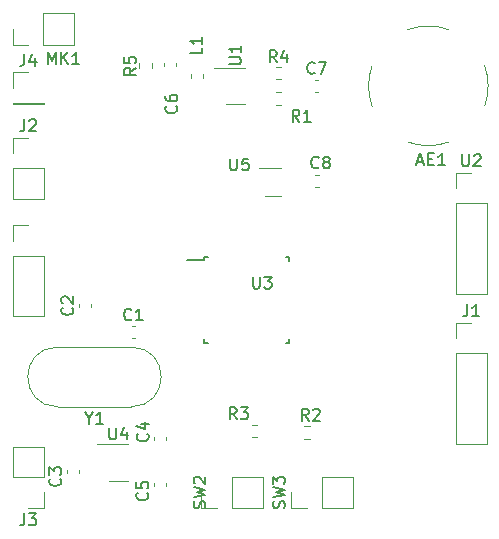
<source format=gbr>
%TF.GenerationSoftware,KiCad,Pcbnew,7.0.8-7.0.8~ubuntu22.04.1*%
%TF.CreationDate,2023-11-09T22:33:03+02:00*%
%TF.ProjectId,elepajaradio,656c6570-616a-4617-9261-64696f2e6b69,rev?*%
%TF.SameCoordinates,Original*%
%TF.FileFunction,Legend,Top*%
%TF.FilePolarity,Positive*%
%FSLAX46Y46*%
G04 Gerber Fmt 4.6, Leading zero omitted, Abs format (unit mm)*
G04 Created by KiCad (PCBNEW 7.0.8-7.0.8~ubuntu22.04.1) date 2023-11-09 22:33:03*
%MOMM*%
%LPD*%
G01*
G04 APERTURE LIST*
%ADD10C,0.150000*%
%ADD11C,0.120000*%
G04 APERTURE END LIST*
D10*
X149583333Y-86709580D02*
X149535714Y-86757200D01*
X149535714Y-86757200D02*
X149392857Y-86804819D01*
X149392857Y-86804819D02*
X149297619Y-86804819D01*
X149297619Y-86804819D02*
X149154762Y-86757200D01*
X149154762Y-86757200D02*
X149059524Y-86661961D01*
X149059524Y-86661961D02*
X149011905Y-86566723D01*
X149011905Y-86566723D02*
X148964286Y-86376247D01*
X148964286Y-86376247D02*
X148964286Y-86233390D01*
X148964286Y-86233390D02*
X149011905Y-86042914D01*
X149011905Y-86042914D02*
X149059524Y-85947676D01*
X149059524Y-85947676D02*
X149154762Y-85852438D01*
X149154762Y-85852438D02*
X149297619Y-85804819D01*
X149297619Y-85804819D02*
X149392857Y-85804819D01*
X149392857Y-85804819D02*
X149535714Y-85852438D01*
X149535714Y-85852438D02*
X149583333Y-85900057D01*
X150154762Y-86233390D02*
X150059524Y-86185771D01*
X150059524Y-86185771D02*
X150011905Y-86138152D01*
X150011905Y-86138152D02*
X149964286Y-86042914D01*
X149964286Y-86042914D02*
X149964286Y-85995295D01*
X149964286Y-85995295D02*
X150011905Y-85900057D01*
X150011905Y-85900057D02*
X150059524Y-85852438D01*
X150059524Y-85852438D02*
X150154762Y-85804819D01*
X150154762Y-85804819D02*
X150345238Y-85804819D01*
X150345238Y-85804819D02*
X150440476Y-85852438D01*
X150440476Y-85852438D02*
X150488095Y-85900057D01*
X150488095Y-85900057D02*
X150535714Y-85995295D01*
X150535714Y-85995295D02*
X150535714Y-86042914D01*
X150535714Y-86042914D02*
X150488095Y-86138152D01*
X150488095Y-86138152D02*
X150440476Y-86185771D01*
X150440476Y-86185771D02*
X150345238Y-86233390D01*
X150345238Y-86233390D02*
X150154762Y-86233390D01*
X150154762Y-86233390D02*
X150059524Y-86281009D01*
X150059524Y-86281009D02*
X150011905Y-86328628D01*
X150011905Y-86328628D02*
X149964286Y-86423866D01*
X149964286Y-86423866D02*
X149964286Y-86614342D01*
X149964286Y-86614342D02*
X150011905Y-86709580D01*
X150011905Y-86709580D02*
X150059524Y-86757200D01*
X150059524Y-86757200D02*
X150154762Y-86804819D01*
X150154762Y-86804819D02*
X150345238Y-86804819D01*
X150345238Y-86804819D02*
X150440476Y-86757200D01*
X150440476Y-86757200D02*
X150488095Y-86709580D01*
X150488095Y-86709580D02*
X150535714Y-86614342D01*
X150535714Y-86614342D02*
X150535714Y-86423866D01*
X150535714Y-86423866D02*
X150488095Y-86328628D01*
X150488095Y-86328628D02*
X150440476Y-86281009D01*
X150440476Y-86281009D02*
X150345238Y-86233390D01*
X128709580Y-98586666D02*
X128757200Y-98634285D01*
X128757200Y-98634285D02*
X128804819Y-98777142D01*
X128804819Y-98777142D02*
X128804819Y-98872380D01*
X128804819Y-98872380D02*
X128757200Y-99015237D01*
X128757200Y-99015237D02*
X128661961Y-99110475D01*
X128661961Y-99110475D02*
X128566723Y-99158094D01*
X128566723Y-99158094D02*
X128376247Y-99205713D01*
X128376247Y-99205713D02*
X128233390Y-99205713D01*
X128233390Y-99205713D02*
X128042914Y-99158094D01*
X128042914Y-99158094D02*
X127947676Y-99110475D01*
X127947676Y-99110475D02*
X127852438Y-99015237D01*
X127852438Y-99015237D02*
X127804819Y-98872380D01*
X127804819Y-98872380D02*
X127804819Y-98777142D01*
X127804819Y-98777142D02*
X127852438Y-98634285D01*
X127852438Y-98634285D02*
X127900057Y-98586666D01*
X127900057Y-98205713D02*
X127852438Y-98158094D01*
X127852438Y-98158094D02*
X127804819Y-98062856D01*
X127804819Y-98062856D02*
X127804819Y-97824761D01*
X127804819Y-97824761D02*
X127852438Y-97729523D01*
X127852438Y-97729523D02*
X127900057Y-97681904D01*
X127900057Y-97681904D02*
X127995295Y-97634285D01*
X127995295Y-97634285D02*
X128090533Y-97634285D01*
X128090533Y-97634285D02*
X128233390Y-97681904D01*
X128233390Y-97681904D02*
X128804819Y-98253332D01*
X128804819Y-98253332D02*
X128804819Y-97634285D01*
X142633333Y-108034819D02*
X142300000Y-107558628D01*
X142061905Y-108034819D02*
X142061905Y-107034819D01*
X142061905Y-107034819D02*
X142442857Y-107034819D01*
X142442857Y-107034819D02*
X142538095Y-107082438D01*
X142538095Y-107082438D02*
X142585714Y-107130057D01*
X142585714Y-107130057D02*
X142633333Y-107225295D01*
X142633333Y-107225295D02*
X142633333Y-107368152D01*
X142633333Y-107368152D02*
X142585714Y-107463390D01*
X142585714Y-107463390D02*
X142538095Y-107511009D01*
X142538095Y-107511009D02*
X142442857Y-107558628D01*
X142442857Y-107558628D02*
X142061905Y-107558628D01*
X142966667Y-107034819D02*
X143585714Y-107034819D01*
X143585714Y-107034819D02*
X143252381Y-107415771D01*
X143252381Y-107415771D02*
X143395238Y-107415771D01*
X143395238Y-107415771D02*
X143490476Y-107463390D01*
X143490476Y-107463390D02*
X143538095Y-107511009D01*
X143538095Y-107511009D02*
X143585714Y-107606247D01*
X143585714Y-107606247D02*
X143585714Y-107844342D01*
X143585714Y-107844342D02*
X143538095Y-107939580D01*
X143538095Y-107939580D02*
X143490476Y-107987200D01*
X143490476Y-107987200D02*
X143395238Y-108034819D01*
X143395238Y-108034819D02*
X143109524Y-108034819D01*
X143109524Y-108034819D02*
X143014286Y-107987200D01*
X143014286Y-107987200D02*
X142966667Y-107939580D01*
X157953333Y-86229104D02*
X158429523Y-86229104D01*
X157858095Y-86514819D02*
X158191428Y-85514819D01*
X158191428Y-85514819D02*
X158524761Y-86514819D01*
X158858095Y-85991009D02*
X159191428Y-85991009D01*
X159334285Y-86514819D02*
X158858095Y-86514819D01*
X158858095Y-86514819D02*
X158858095Y-85514819D01*
X158858095Y-85514819D02*
X159334285Y-85514819D01*
X160286666Y-86514819D02*
X159715238Y-86514819D01*
X160000952Y-86514819D02*
X160000952Y-85514819D01*
X160000952Y-85514819D02*
X159905714Y-85657676D01*
X159905714Y-85657676D02*
X159810476Y-85752914D01*
X159810476Y-85752914D02*
X159715238Y-85800533D01*
X134102150Y-78284796D02*
X133625959Y-78618129D01*
X134102150Y-78856224D02*
X133102150Y-78856224D01*
X133102150Y-78856224D02*
X133102150Y-78475272D01*
X133102150Y-78475272D02*
X133149769Y-78380034D01*
X133149769Y-78380034D02*
X133197388Y-78332415D01*
X133197388Y-78332415D02*
X133292626Y-78284796D01*
X133292626Y-78284796D02*
X133435483Y-78284796D01*
X133435483Y-78284796D02*
X133530721Y-78332415D01*
X133530721Y-78332415D02*
X133578340Y-78380034D01*
X133578340Y-78380034D02*
X133625959Y-78475272D01*
X133625959Y-78475272D02*
X133625959Y-78856224D01*
X133102150Y-77380034D02*
X133102150Y-77856224D01*
X133102150Y-77856224D02*
X133578340Y-77903843D01*
X133578340Y-77903843D02*
X133530721Y-77856224D01*
X133530721Y-77856224D02*
X133483102Y-77760986D01*
X133483102Y-77760986D02*
X133483102Y-77522891D01*
X133483102Y-77522891D02*
X133530721Y-77427653D01*
X133530721Y-77427653D02*
X133578340Y-77380034D01*
X133578340Y-77380034D02*
X133673578Y-77332415D01*
X133673578Y-77332415D02*
X133911673Y-77332415D01*
X133911673Y-77332415D02*
X134006911Y-77380034D01*
X134006911Y-77380034D02*
X134054531Y-77427653D01*
X134054531Y-77427653D02*
X134102150Y-77522891D01*
X134102150Y-77522891D02*
X134102150Y-77760986D01*
X134102150Y-77760986D02*
X134054531Y-77856224D01*
X134054531Y-77856224D02*
X134006911Y-77903843D01*
X135059580Y-114266666D02*
X135107200Y-114314285D01*
X135107200Y-114314285D02*
X135154819Y-114457142D01*
X135154819Y-114457142D02*
X135154819Y-114552380D01*
X135154819Y-114552380D02*
X135107200Y-114695237D01*
X135107200Y-114695237D02*
X135011961Y-114790475D01*
X135011961Y-114790475D02*
X134916723Y-114838094D01*
X134916723Y-114838094D02*
X134726247Y-114885713D01*
X134726247Y-114885713D02*
X134583390Y-114885713D01*
X134583390Y-114885713D02*
X134392914Y-114838094D01*
X134392914Y-114838094D02*
X134297676Y-114790475D01*
X134297676Y-114790475D02*
X134202438Y-114695237D01*
X134202438Y-114695237D02*
X134154819Y-114552380D01*
X134154819Y-114552380D02*
X134154819Y-114457142D01*
X134154819Y-114457142D02*
X134202438Y-114314285D01*
X134202438Y-114314285D02*
X134250057Y-114266666D01*
X134154819Y-113361904D02*
X134154819Y-113838094D01*
X134154819Y-113838094D02*
X134631009Y-113885713D01*
X134631009Y-113885713D02*
X134583390Y-113838094D01*
X134583390Y-113838094D02*
X134535771Y-113742856D01*
X134535771Y-113742856D02*
X134535771Y-113504761D01*
X134535771Y-113504761D02*
X134583390Y-113409523D01*
X134583390Y-113409523D02*
X134631009Y-113361904D01*
X134631009Y-113361904D02*
X134726247Y-113314285D01*
X134726247Y-113314285D02*
X134964342Y-113314285D01*
X134964342Y-113314285D02*
X135059580Y-113361904D01*
X135059580Y-113361904D02*
X135107200Y-113409523D01*
X135107200Y-113409523D02*
X135154819Y-113504761D01*
X135154819Y-113504761D02*
X135154819Y-113742856D01*
X135154819Y-113742856D02*
X135107200Y-113838094D01*
X135107200Y-113838094D02*
X135059580Y-113885713D01*
X139939319Y-115563332D02*
X139986938Y-115420475D01*
X139986938Y-115420475D02*
X139986938Y-115182380D01*
X139986938Y-115182380D02*
X139939319Y-115087142D01*
X139939319Y-115087142D02*
X139891699Y-115039523D01*
X139891699Y-115039523D02*
X139796461Y-114991904D01*
X139796461Y-114991904D02*
X139701223Y-114991904D01*
X139701223Y-114991904D02*
X139605985Y-115039523D01*
X139605985Y-115039523D02*
X139558366Y-115087142D01*
X139558366Y-115087142D02*
X139510747Y-115182380D01*
X139510747Y-115182380D02*
X139463128Y-115372856D01*
X139463128Y-115372856D02*
X139415509Y-115468094D01*
X139415509Y-115468094D02*
X139367890Y-115515713D01*
X139367890Y-115515713D02*
X139272652Y-115563332D01*
X139272652Y-115563332D02*
X139177414Y-115563332D01*
X139177414Y-115563332D02*
X139082176Y-115515713D01*
X139082176Y-115515713D02*
X139034557Y-115468094D01*
X139034557Y-115468094D02*
X138986938Y-115372856D01*
X138986938Y-115372856D02*
X138986938Y-115134761D01*
X138986938Y-115134761D02*
X139034557Y-114991904D01*
X138986938Y-114658570D02*
X139986938Y-114420475D01*
X139986938Y-114420475D02*
X139272652Y-114229999D01*
X139272652Y-114229999D02*
X139986938Y-114039523D01*
X139986938Y-114039523D02*
X138986938Y-113801428D01*
X139082176Y-113468094D02*
X139034557Y-113420475D01*
X139034557Y-113420475D02*
X138986938Y-113325237D01*
X138986938Y-113325237D02*
X138986938Y-113087142D01*
X138986938Y-113087142D02*
X139034557Y-112991904D01*
X139034557Y-112991904D02*
X139082176Y-112944285D01*
X139082176Y-112944285D02*
X139177414Y-112896666D01*
X139177414Y-112896666D02*
X139272652Y-112896666D01*
X139272652Y-112896666D02*
X139415509Y-112944285D01*
X139415509Y-112944285D02*
X139986938Y-113515713D01*
X139986938Y-113515713D02*
X139986938Y-112896666D01*
X124666666Y-77124819D02*
X124666666Y-77839104D01*
X124666666Y-77839104D02*
X124619047Y-77981961D01*
X124619047Y-77981961D02*
X124523809Y-78077200D01*
X124523809Y-78077200D02*
X124380952Y-78124819D01*
X124380952Y-78124819D02*
X124285714Y-78124819D01*
X125571428Y-77458152D02*
X125571428Y-78124819D01*
X125333333Y-77077200D02*
X125095238Y-77791485D01*
X125095238Y-77791485D02*
X125714285Y-77791485D01*
X146667200Y-115563332D02*
X146714819Y-115420475D01*
X146714819Y-115420475D02*
X146714819Y-115182380D01*
X146714819Y-115182380D02*
X146667200Y-115087142D01*
X146667200Y-115087142D02*
X146619580Y-115039523D01*
X146619580Y-115039523D02*
X146524342Y-114991904D01*
X146524342Y-114991904D02*
X146429104Y-114991904D01*
X146429104Y-114991904D02*
X146333866Y-115039523D01*
X146333866Y-115039523D02*
X146286247Y-115087142D01*
X146286247Y-115087142D02*
X146238628Y-115182380D01*
X146238628Y-115182380D02*
X146191009Y-115372856D01*
X146191009Y-115372856D02*
X146143390Y-115468094D01*
X146143390Y-115468094D02*
X146095771Y-115515713D01*
X146095771Y-115515713D02*
X146000533Y-115563332D01*
X146000533Y-115563332D02*
X145905295Y-115563332D01*
X145905295Y-115563332D02*
X145810057Y-115515713D01*
X145810057Y-115515713D02*
X145762438Y-115468094D01*
X145762438Y-115468094D02*
X145714819Y-115372856D01*
X145714819Y-115372856D02*
X145714819Y-115134761D01*
X145714819Y-115134761D02*
X145762438Y-114991904D01*
X145714819Y-114658570D02*
X146714819Y-114420475D01*
X146714819Y-114420475D02*
X146000533Y-114229999D01*
X146000533Y-114229999D02*
X146714819Y-114039523D01*
X146714819Y-114039523D02*
X145714819Y-113801428D01*
X145714819Y-113515713D02*
X145714819Y-112896666D01*
X145714819Y-112896666D02*
X146095771Y-113229999D01*
X146095771Y-113229999D02*
X146095771Y-113087142D01*
X146095771Y-113087142D02*
X146143390Y-112991904D01*
X146143390Y-112991904D02*
X146191009Y-112944285D01*
X146191009Y-112944285D02*
X146286247Y-112896666D01*
X146286247Y-112896666D02*
X146524342Y-112896666D01*
X146524342Y-112896666D02*
X146619580Y-112944285D01*
X146619580Y-112944285D02*
X146667200Y-112991904D01*
X146667200Y-112991904D02*
X146714819Y-113087142D01*
X146714819Y-113087142D02*
X146714819Y-113372856D01*
X146714819Y-113372856D02*
X146667200Y-113468094D01*
X146667200Y-113468094D02*
X146619580Y-113515713D01*
X127680498Y-113066666D02*
X127728118Y-113114285D01*
X127728118Y-113114285D02*
X127775737Y-113257142D01*
X127775737Y-113257142D02*
X127775737Y-113352380D01*
X127775737Y-113352380D02*
X127728118Y-113495237D01*
X127728118Y-113495237D02*
X127632879Y-113590475D01*
X127632879Y-113590475D02*
X127537641Y-113638094D01*
X127537641Y-113638094D02*
X127347165Y-113685713D01*
X127347165Y-113685713D02*
X127204308Y-113685713D01*
X127204308Y-113685713D02*
X127013832Y-113638094D01*
X127013832Y-113638094D02*
X126918594Y-113590475D01*
X126918594Y-113590475D02*
X126823356Y-113495237D01*
X126823356Y-113495237D02*
X126775737Y-113352380D01*
X126775737Y-113352380D02*
X126775737Y-113257142D01*
X126775737Y-113257142D02*
X126823356Y-113114285D01*
X126823356Y-113114285D02*
X126870975Y-113066666D01*
X126775737Y-112733332D02*
X126775737Y-112114285D01*
X126775737Y-112114285D02*
X127156689Y-112447618D01*
X127156689Y-112447618D02*
X127156689Y-112304761D01*
X127156689Y-112304761D02*
X127204308Y-112209523D01*
X127204308Y-112209523D02*
X127251927Y-112161904D01*
X127251927Y-112161904D02*
X127347165Y-112114285D01*
X127347165Y-112114285D02*
X127585260Y-112114285D01*
X127585260Y-112114285D02*
X127680498Y-112161904D01*
X127680498Y-112161904D02*
X127728118Y-112209523D01*
X127728118Y-112209523D02*
X127775737Y-112304761D01*
X127775737Y-112304761D02*
X127775737Y-112590475D01*
X127775737Y-112590475D02*
X127728118Y-112685713D01*
X127728118Y-112685713D02*
X127680498Y-112733332D01*
X130123809Y-107953628D02*
X130123809Y-108429819D01*
X129790476Y-107429819D02*
X130123809Y-107953628D01*
X130123809Y-107953628D02*
X130457142Y-107429819D01*
X131314285Y-108429819D02*
X130742857Y-108429819D01*
X131028571Y-108429819D02*
X131028571Y-107429819D01*
X131028571Y-107429819D02*
X130933333Y-107572676D01*
X130933333Y-107572676D02*
X130838095Y-107667914D01*
X130838095Y-107667914D02*
X130742857Y-107715533D01*
X162166666Y-98314819D02*
X162166666Y-99029104D01*
X162166666Y-99029104D02*
X162119047Y-99171961D01*
X162119047Y-99171961D02*
X162023809Y-99267200D01*
X162023809Y-99267200D02*
X161880952Y-99314819D01*
X161880952Y-99314819D02*
X161785714Y-99314819D01*
X163166666Y-99314819D02*
X162595238Y-99314819D01*
X162880952Y-99314819D02*
X162880952Y-98314819D01*
X162880952Y-98314819D02*
X162785714Y-98457676D01*
X162785714Y-98457676D02*
X162690476Y-98552914D01*
X162690476Y-98552914D02*
X162595238Y-98600533D01*
X131858095Y-108744819D02*
X131858095Y-109554342D01*
X131858095Y-109554342D02*
X131905714Y-109649580D01*
X131905714Y-109649580D02*
X131953333Y-109697200D01*
X131953333Y-109697200D02*
X132048571Y-109744819D01*
X132048571Y-109744819D02*
X132239047Y-109744819D01*
X132239047Y-109744819D02*
X132334285Y-109697200D01*
X132334285Y-109697200D02*
X132381904Y-109649580D01*
X132381904Y-109649580D02*
X132429523Y-109554342D01*
X132429523Y-109554342D02*
X132429523Y-108744819D01*
X133334285Y-109078152D02*
X133334285Y-109744819D01*
X133096190Y-108697200D02*
X132858095Y-109411485D01*
X132858095Y-109411485D02*
X133477142Y-109411485D01*
X135087587Y-109266666D02*
X135135207Y-109314285D01*
X135135207Y-109314285D02*
X135182826Y-109457142D01*
X135182826Y-109457142D02*
X135182826Y-109552380D01*
X135182826Y-109552380D02*
X135135207Y-109695237D01*
X135135207Y-109695237D02*
X135039968Y-109790475D01*
X135039968Y-109790475D02*
X134944730Y-109838094D01*
X134944730Y-109838094D02*
X134754254Y-109885713D01*
X134754254Y-109885713D02*
X134611397Y-109885713D01*
X134611397Y-109885713D02*
X134420921Y-109838094D01*
X134420921Y-109838094D02*
X134325683Y-109790475D01*
X134325683Y-109790475D02*
X134230445Y-109695237D01*
X134230445Y-109695237D02*
X134182826Y-109552380D01*
X134182826Y-109552380D02*
X134182826Y-109457142D01*
X134182826Y-109457142D02*
X134230445Y-109314285D01*
X134230445Y-109314285D02*
X134278064Y-109266666D01*
X134516159Y-108409523D02*
X135182826Y-108409523D01*
X134135207Y-108647618D02*
X134849492Y-108885713D01*
X134849492Y-108885713D02*
X134849492Y-108266666D01*
X142098095Y-85964819D02*
X142098095Y-86774342D01*
X142098095Y-86774342D02*
X142145714Y-86869580D01*
X142145714Y-86869580D02*
X142193333Y-86917200D01*
X142193333Y-86917200D02*
X142288571Y-86964819D01*
X142288571Y-86964819D02*
X142479047Y-86964819D01*
X142479047Y-86964819D02*
X142574285Y-86917200D01*
X142574285Y-86917200D02*
X142621904Y-86869580D01*
X142621904Y-86869580D02*
X142669523Y-86774342D01*
X142669523Y-86774342D02*
X142669523Y-85964819D01*
X143621904Y-85964819D02*
X143145714Y-85964819D01*
X143145714Y-85964819D02*
X143098095Y-86441009D01*
X143098095Y-86441009D02*
X143145714Y-86393390D01*
X143145714Y-86393390D02*
X143240952Y-86345771D01*
X143240952Y-86345771D02*
X143479047Y-86345771D01*
X143479047Y-86345771D02*
X143574285Y-86393390D01*
X143574285Y-86393390D02*
X143621904Y-86441009D01*
X143621904Y-86441009D02*
X143669523Y-86536247D01*
X143669523Y-86536247D02*
X143669523Y-86774342D01*
X143669523Y-86774342D02*
X143621904Y-86869580D01*
X143621904Y-86869580D02*
X143574285Y-86917200D01*
X143574285Y-86917200D02*
X143479047Y-86964819D01*
X143479047Y-86964819D02*
X143240952Y-86964819D01*
X143240952Y-86964819D02*
X143145714Y-86917200D01*
X143145714Y-86917200D02*
X143098095Y-86869580D01*
X126640476Y-77964819D02*
X126640476Y-76964819D01*
X126640476Y-76964819D02*
X126973809Y-77679104D01*
X126973809Y-77679104D02*
X127307142Y-76964819D01*
X127307142Y-76964819D02*
X127307142Y-77964819D01*
X127783333Y-77964819D02*
X127783333Y-76964819D01*
X128354761Y-77964819D02*
X127926190Y-77393390D01*
X128354761Y-76964819D02*
X127783333Y-77536247D01*
X129307142Y-77964819D02*
X128735714Y-77964819D01*
X129021428Y-77964819D02*
X129021428Y-76964819D01*
X129021428Y-76964819D02*
X128926190Y-77107676D01*
X128926190Y-77107676D02*
X128830952Y-77202914D01*
X128830952Y-77202914D02*
X128735714Y-77250533D01*
X146023333Y-77809215D02*
X145690000Y-77333024D01*
X145451905Y-77809215D02*
X145451905Y-76809215D01*
X145451905Y-76809215D02*
X145832857Y-76809215D01*
X145832857Y-76809215D02*
X145928095Y-76856834D01*
X145928095Y-76856834D02*
X145975714Y-76904453D01*
X145975714Y-76904453D02*
X146023333Y-76999691D01*
X146023333Y-76999691D02*
X146023333Y-77142548D01*
X146023333Y-77142548D02*
X145975714Y-77237786D01*
X145975714Y-77237786D02*
X145928095Y-77285405D01*
X145928095Y-77285405D02*
X145832857Y-77333024D01*
X145832857Y-77333024D02*
X145451905Y-77333024D01*
X146880476Y-77142548D02*
X146880476Y-77809215D01*
X146642381Y-76761596D02*
X146404286Y-77475881D01*
X146404286Y-77475881D02*
X147023333Y-77475881D01*
X124666666Y-116014819D02*
X124666666Y-116729104D01*
X124666666Y-116729104D02*
X124619047Y-116871961D01*
X124619047Y-116871961D02*
X124523809Y-116967200D01*
X124523809Y-116967200D02*
X124380952Y-117014819D01*
X124380952Y-117014819D02*
X124285714Y-117014819D01*
X125047619Y-116014819D02*
X125666666Y-116014819D01*
X125666666Y-116014819D02*
X125333333Y-116395771D01*
X125333333Y-116395771D02*
X125476190Y-116395771D01*
X125476190Y-116395771D02*
X125571428Y-116443390D01*
X125571428Y-116443390D02*
X125619047Y-116491009D01*
X125619047Y-116491009D02*
X125666666Y-116586247D01*
X125666666Y-116586247D02*
X125666666Y-116824342D01*
X125666666Y-116824342D02*
X125619047Y-116919580D01*
X125619047Y-116919580D02*
X125571428Y-116967200D01*
X125571428Y-116967200D02*
X125476190Y-117014819D01*
X125476190Y-117014819D02*
X125190476Y-117014819D01*
X125190476Y-117014819D02*
X125095238Y-116967200D01*
X125095238Y-116967200D02*
X125047619Y-116919580D01*
X141994819Y-77971904D02*
X142804342Y-77971904D01*
X142804342Y-77971904D02*
X142899580Y-77924285D01*
X142899580Y-77924285D02*
X142947200Y-77876666D01*
X142947200Y-77876666D02*
X142994819Y-77781428D01*
X142994819Y-77781428D02*
X142994819Y-77590952D01*
X142994819Y-77590952D02*
X142947200Y-77495714D01*
X142947200Y-77495714D02*
X142899580Y-77448095D01*
X142899580Y-77448095D02*
X142804342Y-77400476D01*
X142804342Y-77400476D02*
X141994819Y-77400476D01*
X142994819Y-76400476D02*
X142994819Y-76971904D01*
X142994819Y-76686190D02*
X141994819Y-76686190D01*
X141994819Y-76686190D02*
X142137676Y-76781428D01*
X142137676Y-76781428D02*
X142232914Y-76876666D01*
X142232914Y-76876666D02*
X142280533Y-76971904D01*
X147943333Y-82834819D02*
X147610000Y-82358628D01*
X147371905Y-82834819D02*
X147371905Y-81834819D01*
X147371905Y-81834819D02*
X147752857Y-81834819D01*
X147752857Y-81834819D02*
X147848095Y-81882438D01*
X147848095Y-81882438D02*
X147895714Y-81930057D01*
X147895714Y-81930057D02*
X147943333Y-82025295D01*
X147943333Y-82025295D02*
X147943333Y-82168152D01*
X147943333Y-82168152D02*
X147895714Y-82263390D01*
X147895714Y-82263390D02*
X147848095Y-82311009D01*
X147848095Y-82311009D02*
X147752857Y-82358628D01*
X147752857Y-82358628D02*
X147371905Y-82358628D01*
X148895714Y-82834819D02*
X148324286Y-82834819D01*
X148610000Y-82834819D02*
X148610000Y-81834819D01*
X148610000Y-81834819D02*
X148514762Y-81977676D01*
X148514762Y-81977676D02*
X148419524Y-82072914D01*
X148419524Y-82072914D02*
X148324286Y-82120533D01*
X124666666Y-82649819D02*
X124666666Y-83364104D01*
X124666666Y-83364104D02*
X124619047Y-83506961D01*
X124619047Y-83506961D02*
X124523809Y-83602200D01*
X124523809Y-83602200D02*
X124380952Y-83649819D01*
X124380952Y-83649819D02*
X124285714Y-83649819D01*
X125095238Y-82745057D02*
X125142857Y-82697438D01*
X125142857Y-82697438D02*
X125238095Y-82649819D01*
X125238095Y-82649819D02*
X125476190Y-82649819D01*
X125476190Y-82649819D02*
X125571428Y-82697438D01*
X125571428Y-82697438D02*
X125619047Y-82745057D01*
X125619047Y-82745057D02*
X125666666Y-82840295D01*
X125666666Y-82840295D02*
X125666666Y-82935533D01*
X125666666Y-82935533D02*
X125619047Y-83078390D01*
X125619047Y-83078390D02*
X125047619Y-83649819D01*
X125047619Y-83649819D02*
X125666666Y-83649819D01*
X133733333Y-99579580D02*
X133685714Y-99627200D01*
X133685714Y-99627200D02*
X133542857Y-99674819D01*
X133542857Y-99674819D02*
X133447619Y-99674819D01*
X133447619Y-99674819D02*
X133304762Y-99627200D01*
X133304762Y-99627200D02*
X133209524Y-99531961D01*
X133209524Y-99531961D02*
X133161905Y-99436723D01*
X133161905Y-99436723D02*
X133114286Y-99246247D01*
X133114286Y-99246247D02*
X133114286Y-99103390D01*
X133114286Y-99103390D02*
X133161905Y-98912914D01*
X133161905Y-98912914D02*
X133209524Y-98817676D01*
X133209524Y-98817676D02*
X133304762Y-98722438D01*
X133304762Y-98722438D02*
X133447619Y-98674819D01*
X133447619Y-98674819D02*
X133542857Y-98674819D01*
X133542857Y-98674819D02*
X133685714Y-98722438D01*
X133685714Y-98722438D02*
X133733333Y-98770057D01*
X134685714Y-99674819D02*
X134114286Y-99674819D01*
X134400000Y-99674819D02*
X134400000Y-98674819D01*
X134400000Y-98674819D02*
X134304762Y-98817676D01*
X134304762Y-98817676D02*
X134209524Y-98912914D01*
X134209524Y-98912914D02*
X134114286Y-98960533D01*
X161738095Y-85614819D02*
X161738095Y-86424342D01*
X161738095Y-86424342D02*
X161785714Y-86519580D01*
X161785714Y-86519580D02*
X161833333Y-86567200D01*
X161833333Y-86567200D02*
X161928571Y-86614819D01*
X161928571Y-86614819D02*
X162119047Y-86614819D01*
X162119047Y-86614819D02*
X162214285Y-86567200D01*
X162214285Y-86567200D02*
X162261904Y-86519580D01*
X162261904Y-86519580D02*
X162309523Y-86424342D01*
X162309523Y-86424342D02*
X162309523Y-85614819D01*
X162738095Y-85710057D02*
X162785714Y-85662438D01*
X162785714Y-85662438D02*
X162880952Y-85614819D01*
X162880952Y-85614819D02*
X163119047Y-85614819D01*
X163119047Y-85614819D02*
X163214285Y-85662438D01*
X163214285Y-85662438D02*
X163261904Y-85710057D01*
X163261904Y-85710057D02*
X163309523Y-85805295D01*
X163309523Y-85805295D02*
X163309523Y-85900533D01*
X163309523Y-85900533D02*
X163261904Y-86043390D01*
X163261904Y-86043390D02*
X162690476Y-86614819D01*
X162690476Y-86614819D02*
X163309523Y-86614819D01*
X149243333Y-78709580D02*
X149195714Y-78757200D01*
X149195714Y-78757200D02*
X149052857Y-78804819D01*
X149052857Y-78804819D02*
X148957619Y-78804819D01*
X148957619Y-78804819D02*
X148814762Y-78757200D01*
X148814762Y-78757200D02*
X148719524Y-78661961D01*
X148719524Y-78661961D02*
X148671905Y-78566723D01*
X148671905Y-78566723D02*
X148624286Y-78376247D01*
X148624286Y-78376247D02*
X148624286Y-78233390D01*
X148624286Y-78233390D02*
X148671905Y-78042914D01*
X148671905Y-78042914D02*
X148719524Y-77947676D01*
X148719524Y-77947676D02*
X148814762Y-77852438D01*
X148814762Y-77852438D02*
X148957619Y-77804819D01*
X148957619Y-77804819D02*
X149052857Y-77804819D01*
X149052857Y-77804819D02*
X149195714Y-77852438D01*
X149195714Y-77852438D02*
X149243333Y-77900057D01*
X149576667Y-77804819D02*
X150243333Y-77804819D01*
X150243333Y-77804819D02*
X149814762Y-78804819D01*
X144018095Y-95974819D02*
X144018095Y-96784342D01*
X144018095Y-96784342D02*
X144065714Y-96879580D01*
X144065714Y-96879580D02*
X144113333Y-96927200D01*
X144113333Y-96927200D02*
X144208571Y-96974819D01*
X144208571Y-96974819D02*
X144399047Y-96974819D01*
X144399047Y-96974819D02*
X144494285Y-96927200D01*
X144494285Y-96927200D02*
X144541904Y-96879580D01*
X144541904Y-96879580D02*
X144589523Y-96784342D01*
X144589523Y-96784342D02*
X144589523Y-95974819D01*
X144970476Y-95974819D02*
X145589523Y-95974819D01*
X145589523Y-95974819D02*
X145256190Y-96355771D01*
X145256190Y-96355771D02*
X145399047Y-96355771D01*
X145399047Y-96355771D02*
X145494285Y-96403390D01*
X145494285Y-96403390D02*
X145541904Y-96451009D01*
X145541904Y-96451009D02*
X145589523Y-96546247D01*
X145589523Y-96546247D02*
X145589523Y-96784342D01*
X145589523Y-96784342D02*
X145541904Y-96879580D01*
X145541904Y-96879580D02*
X145494285Y-96927200D01*
X145494285Y-96927200D02*
X145399047Y-96974819D01*
X145399047Y-96974819D02*
X145113333Y-96974819D01*
X145113333Y-96974819D02*
X145018095Y-96927200D01*
X145018095Y-96927200D02*
X144970476Y-96879580D01*
X137499580Y-81516666D02*
X137547200Y-81564285D01*
X137547200Y-81564285D02*
X137594819Y-81707142D01*
X137594819Y-81707142D02*
X137594819Y-81802380D01*
X137594819Y-81802380D02*
X137547200Y-81945237D01*
X137547200Y-81945237D02*
X137451961Y-82040475D01*
X137451961Y-82040475D02*
X137356723Y-82088094D01*
X137356723Y-82088094D02*
X137166247Y-82135713D01*
X137166247Y-82135713D02*
X137023390Y-82135713D01*
X137023390Y-82135713D02*
X136832914Y-82088094D01*
X136832914Y-82088094D02*
X136737676Y-82040475D01*
X136737676Y-82040475D02*
X136642438Y-81945237D01*
X136642438Y-81945237D02*
X136594819Y-81802380D01*
X136594819Y-81802380D02*
X136594819Y-81707142D01*
X136594819Y-81707142D02*
X136642438Y-81564285D01*
X136642438Y-81564285D02*
X136690057Y-81516666D01*
X136594819Y-80659523D02*
X136594819Y-80849999D01*
X136594819Y-80849999D02*
X136642438Y-80945237D01*
X136642438Y-80945237D02*
X136690057Y-80992856D01*
X136690057Y-80992856D02*
X136832914Y-81088094D01*
X136832914Y-81088094D02*
X137023390Y-81135713D01*
X137023390Y-81135713D02*
X137404342Y-81135713D01*
X137404342Y-81135713D02*
X137499580Y-81088094D01*
X137499580Y-81088094D02*
X137547200Y-81040475D01*
X137547200Y-81040475D02*
X137594819Y-80945237D01*
X137594819Y-80945237D02*
X137594819Y-80754761D01*
X137594819Y-80754761D02*
X137547200Y-80659523D01*
X137547200Y-80659523D02*
X137499580Y-80611904D01*
X137499580Y-80611904D02*
X137404342Y-80564285D01*
X137404342Y-80564285D02*
X137166247Y-80564285D01*
X137166247Y-80564285D02*
X137071009Y-80611904D01*
X137071009Y-80611904D02*
X137023390Y-80659523D01*
X137023390Y-80659523D02*
X136975771Y-80754761D01*
X136975771Y-80754761D02*
X136975771Y-80945237D01*
X136975771Y-80945237D02*
X137023390Y-81040475D01*
X137023390Y-81040475D02*
X137071009Y-81088094D01*
X137071009Y-81088094D02*
X137166247Y-81135713D01*
X148733333Y-108154819D02*
X148400000Y-107678628D01*
X148161905Y-108154819D02*
X148161905Y-107154819D01*
X148161905Y-107154819D02*
X148542857Y-107154819D01*
X148542857Y-107154819D02*
X148638095Y-107202438D01*
X148638095Y-107202438D02*
X148685714Y-107250057D01*
X148685714Y-107250057D02*
X148733333Y-107345295D01*
X148733333Y-107345295D02*
X148733333Y-107488152D01*
X148733333Y-107488152D02*
X148685714Y-107583390D01*
X148685714Y-107583390D02*
X148638095Y-107631009D01*
X148638095Y-107631009D02*
X148542857Y-107678628D01*
X148542857Y-107678628D02*
X148161905Y-107678628D01*
X149114286Y-107250057D02*
X149161905Y-107202438D01*
X149161905Y-107202438D02*
X149257143Y-107154819D01*
X149257143Y-107154819D02*
X149495238Y-107154819D01*
X149495238Y-107154819D02*
X149590476Y-107202438D01*
X149590476Y-107202438D02*
X149638095Y-107250057D01*
X149638095Y-107250057D02*
X149685714Y-107345295D01*
X149685714Y-107345295D02*
X149685714Y-107440533D01*
X149685714Y-107440533D02*
X149638095Y-107583390D01*
X149638095Y-107583390D02*
X149066667Y-108154819D01*
X149066667Y-108154819D02*
X149685714Y-108154819D01*
X139724819Y-76566666D02*
X139724819Y-77042856D01*
X139724819Y-77042856D02*
X138724819Y-77042856D01*
X139724819Y-75709523D02*
X139724819Y-76280951D01*
X139724819Y-75995237D02*
X138724819Y-75995237D01*
X138724819Y-75995237D02*
X138867676Y-76090475D01*
X138867676Y-76090475D02*
X138962914Y-76185713D01*
X138962914Y-76185713D02*
X139010533Y-76280951D01*
D11*
%TO.C,C8*%
X149309420Y-87340000D02*
X149590580Y-87340000D01*
X149309420Y-88360000D02*
X149590580Y-88360000D01*
%TO.C,C2*%
X129270000Y-98560580D02*
X129270000Y-98279420D01*
X130290000Y-98560580D02*
X130290000Y-98279420D01*
%TO.C,R3*%
X143897742Y-108487500D02*
X144372258Y-108487500D01*
X143897742Y-109532500D02*
X144372258Y-109532500D01*
%TO.C,AE1*%
X163633588Y-81522663D02*
G75*
G03*
X163619999Y-78060000I-4763587J1712664D01*
G01*
X157157337Y-84573588D02*
G75*
G03*
X160620000Y-84559999I1712664J4763587D01*
G01*
X160582663Y-75046411D02*
G75*
G03*
X157120000Y-75060000I-1712663J-4763589D01*
G01*
X154106411Y-78097337D02*
G75*
G03*
X154120000Y-81560000I4763589J-1712663D01*
G01*
%TO.C,R5*%
X135448149Y-77851907D02*
X135448149Y-78326423D01*
X134403149Y-77851907D02*
X134403149Y-78326423D01*
%TO.C,C5*%
X136647119Y-113422820D02*
X136647119Y-113703980D01*
X135627119Y-113422820D02*
X135627119Y-113703980D01*
%TO.C,SW2*%
X139640000Y-115560000D02*
X139640000Y-114230000D01*
X140970000Y-115560000D02*
X139640000Y-115560000D01*
X142240000Y-115560000D02*
X144840000Y-115560000D01*
X142240000Y-115560000D02*
X142240000Y-112900000D01*
X144840000Y-115560000D02*
X144840000Y-112900000D01*
X142240000Y-112900000D02*
X144840000Y-112900000D01*
%TO.C,J4*%
X123670000Y-78670000D02*
X125000000Y-78670000D01*
X123670000Y-80000000D02*
X123670000Y-78670000D01*
X123670000Y-81270000D02*
X123670000Y-81330000D01*
X123670000Y-81270000D02*
X126330000Y-81270000D01*
X123670000Y-81330000D02*
X126330000Y-81330000D01*
X126330000Y-81270000D02*
X126330000Y-81330000D01*
%TO.C,SW3*%
X147260000Y-115560000D02*
X147260000Y-114230000D01*
X148590000Y-115560000D02*
X147260000Y-115560000D01*
X149860000Y-115560000D02*
X152460000Y-115560000D01*
X149860000Y-115560000D02*
X149860000Y-112900000D01*
X152460000Y-115560000D02*
X152460000Y-112900000D01*
X149860000Y-112900000D02*
X152460000Y-112900000D01*
%TO.C,C3*%
X128240918Y-112598988D02*
X128240918Y-112317828D01*
X129260918Y-112598988D02*
X129260918Y-112317828D01*
%TO.C,Y1*%
X133725000Y-106975000D02*
X127475000Y-106975000D01*
X133725000Y-101925000D02*
X127475000Y-101925000D01*
X133725000Y-106975000D02*
G75*
G03*
X133725000Y-101925000I0J2525000D01*
G01*
X127475000Y-101925000D02*
G75*
G03*
X127475000Y-106975000I0J-2525000D01*
G01*
%TO.C,J1*%
X161170000Y-99860000D02*
X162500000Y-99860000D01*
X161170000Y-101190000D02*
X161170000Y-99860000D01*
X161170000Y-102460000D02*
X161170000Y-110140000D01*
X161170000Y-102460000D02*
X163830000Y-102460000D01*
X161170000Y-110140000D02*
X163830000Y-110140000D01*
X163830000Y-102460000D02*
X163830000Y-110140000D01*
%TO.C,U4*%
X132620000Y-110130000D02*
X130820000Y-110130000D01*
X132620000Y-110130000D02*
X133420000Y-110130000D01*
X132620000Y-113250000D02*
X131820000Y-113250000D01*
X132620000Y-113250000D02*
X133420000Y-113250000D01*
%TO.C,C4*%
X135648007Y-109796785D02*
X135648007Y-109515625D01*
X136668007Y-109796785D02*
X136668007Y-109515625D01*
%TO.C,U5*%
X146430000Y-86790000D02*
X144530000Y-86790000D01*
X145030000Y-89110000D02*
X146430000Y-89110000D01*
%TO.C,MK1*%
X123670000Y-76330000D02*
X123670000Y-75000000D01*
X125000000Y-76330000D02*
X123670000Y-76330000D01*
X126270000Y-76330000D02*
X128870000Y-76330000D01*
X126270000Y-76330000D02*
X126270000Y-73670000D01*
X128870000Y-76330000D02*
X128870000Y-73670000D01*
X126270000Y-73670000D02*
X128870000Y-73670000D01*
%TO.C,R4*%
X146427258Y-79272500D02*
X145952742Y-79272500D01*
X146427258Y-78227500D02*
X145952742Y-78227500D01*
%TO.C,SW1*%
X123670000Y-91585000D02*
X125000000Y-91585000D01*
X123670000Y-92915000D02*
X123670000Y-91585000D01*
X123670000Y-94185000D02*
X123670000Y-99325000D01*
X123670000Y-94185000D02*
X126330000Y-94185000D01*
X123670000Y-99325000D02*
X126330000Y-99325000D01*
X126330000Y-94185000D02*
X126330000Y-99325000D01*
%TO.C,J3*%
X126330000Y-115560000D02*
X125000000Y-115560000D01*
X126330000Y-114230000D02*
X126330000Y-115560000D01*
X126330000Y-112960000D02*
X126330000Y-110360000D01*
X126330000Y-112960000D02*
X123670000Y-112960000D01*
X126330000Y-110360000D02*
X123670000Y-110360000D01*
X123670000Y-112960000D02*
X123670000Y-110360000D01*
%TO.C,U1*%
X142532500Y-78260000D02*
X140732500Y-78260000D01*
X142532500Y-78260000D02*
X143332500Y-78260000D01*
X142532500Y-81380000D02*
X141732500Y-81380000D01*
X142532500Y-81380000D02*
X143332500Y-81380000D01*
%TO.C,R1*%
X146407258Y-81412500D02*
X145932742Y-81412500D01*
X146407258Y-80367500D02*
X145932742Y-80367500D01*
%TO.C,J2*%
X123670000Y-84195000D02*
X125000000Y-84195000D01*
X123670000Y-85525000D02*
X123670000Y-84195000D01*
X123670000Y-86795000D02*
X123670000Y-89395000D01*
X123670000Y-86795000D02*
X126330000Y-86795000D01*
X123670000Y-89395000D02*
X126330000Y-89395000D01*
X126330000Y-86795000D02*
X126330000Y-89395000D01*
%TO.C,C1*%
X133759420Y-100140000D02*
X134040580Y-100140000D01*
X133759420Y-101160000D02*
X134040580Y-101160000D01*
%TO.C,U2*%
X161170000Y-87160000D02*
X162500000Y-87160000D01*
X161170000Y-88490000D02*
X161170000Y-87160000D01*
X161170000Y-89760000D02*
X161170000Y-97440000D01*
X161170000Y-89760000D02*
X163830000Y-89760000D01*
X161170000Y-97440000D02*
X163830000Y-97440000D01*
X163830000Y-89760000D02*
X163830000Y-97440000D01*
%TO.C,C7*%
X149549736Y-80350000D02*
X149268576Y-80350000D01*
X149549736Y-79330000D02*
X149268576Y-79330000D01*
D10*
%TO.C,U3*%
X139855000Y-94325000D02*
X139855000Y-94550000D01*
X139855000Y-94325000D02*
X140180000Y-94325000D01*
X139855000Y-94550000D02*
X138430000Y-94550000D01*
X139855000Y-101575000D02*
X139855000Y-101250000D01*
X139855000Y-101575000D02*
X140180000Y-101575000D01*
X147105000Y-94325000D02*
X146780000Y-94325000D01*
X147105000Y-94325000D02*
X147105000Y-94650000D01*
X147105000Y-101575000D02*
X146780000Y-101575000D01*
X147105000Y-101575000D02*
X147105000Y-101250000D01*
D11*
%TO.C,C6*%
X137510000Y-77884420D02*
X137510000Y-78165580D01*
X136490000Y-77884420D02*
X136490000Y-78165580D01*
%TO.C,R2*%
X148827258Y-109672500D02*
X148352742Y-109672500D01*
X148827258Y-108627500D02*
X148352742Y-108627500D01*
%TO.C,L1*%
X138774156Y-79103855D02*
X138774156Y-78778297D01*
X139794156Y-79103855D02*
X139794156Y-78778297D01*
%TD*%
M02*

</source>
